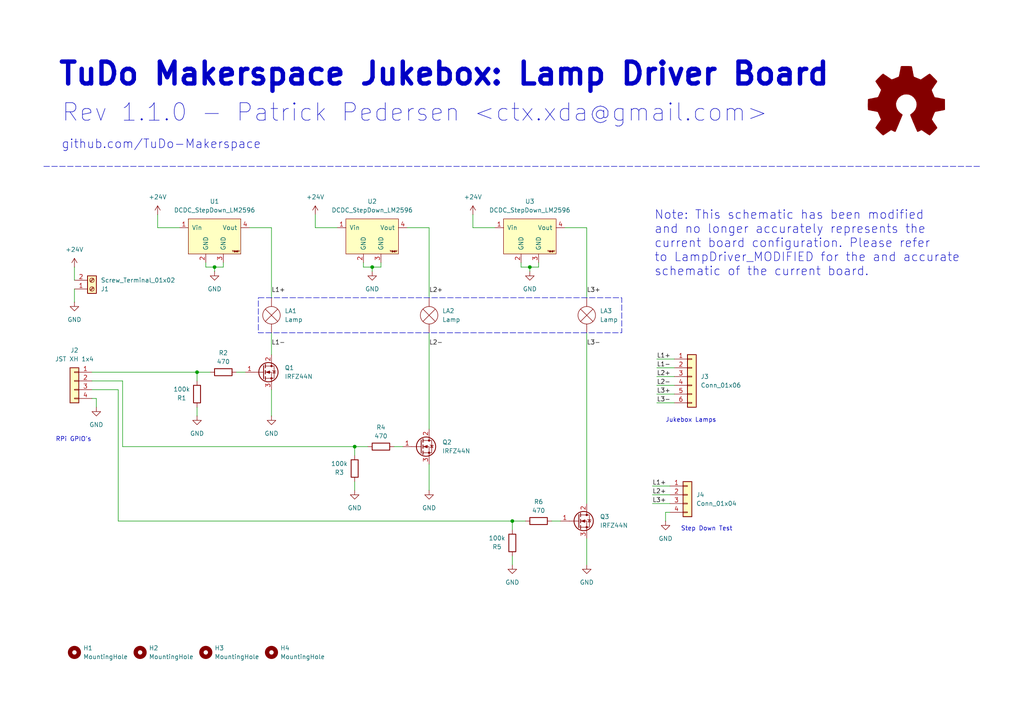
<source format=kicad_sch>
(kicad_sch (version 20231120) (generator "eeschema") (generator_version "8.0")
  (paper "A4")
  (title_block (title "Jukebox Lamp Driver Board") (date "2024-10-14") (rev "v1.0.0") (company "TuDo Makerspace"))
  (lib_symbols
    (symbol "Connector:Screw_Terminal_01x02" (pin_names (offset 1.016) hide)
      (property "Reference" "J" (at 0 2.54 0))
      (property "Value" "Screw_Terminal_01x02" (at 0 -5.08 0))
      (symbol "Screw_Terminal_01x02_1_1"
        (rectangle (start -1.27 1.27) (end 1.27 -3.81) (stroke (width 0.254)) (fill (type background)))
        (circle (center 0 -2.54) (radius 0.635) (stroke (width 0.1524)))
        (polyline (pts (xy -0.5334 -2.2098) (xy 0.3302 -3.048)) (stroke (width 0.1524)))
        (polyline (pts (xy -0.5334 0.3302) (xy 0.3302 -0.508)) (stroke (width 0.1524)))
        (polyline (pts (xy -0.3556 -2.032) (xy 0.508 -2.8702)) (stroke (width 0.1524)))
        (polyline (pts (xy -0.3556 0.508) (xy 0.508 -0.3302)) (stroke (width 0.1524)))
        (circle (center 0 0) (radius 0.635) (stroke (width 0.1524)))
        (pin passive line (at -5.08 0 0) (length 3.81) (name "Pin_1") (number "1"))
        (pin passive line (at -5.08 -2.54 0) (length 3.81) (name "Pin_2") (number "2"))
      )
    )
    (symbol "Connector_Generic:Conn_01x04" (pin_names (offset 1.016) hide)
      (property "Reference" "J" (at 0 5.08 0))
      (property "Value" "Conn_01x04" (at 0 -7.62 0))
      (symbol "Conn_01x04_1_1"
        (rectangle (start -1.27 -4.953) (end 0 -5.207) (stroke (width 0.1524)))
        (rectangle (start -1.27 -2.413) (end 0 -2.667) (stroke (width 0.1524)))
        (rectangle (start -1.27 0.127) (end 0 -0.127) (stroke (width 0.1524)))
        (rectangle (start -1.27 2.667) (end 0 2.413) (stroke (width 0.1524)))
        (rectangle (start -1.27 3.81) (end 1.27 -6.35) (stroke (width 0.254)) (fill (type background)))
        (pin passive line (at -5.08 2.54 0) (length 3.81) (name "Pin_1") (number "1"))
        (pin passive line (at -5.08 0 0) (length 3.81) (name "Pin_2") (number "2"))
        (pin passive line (at -5.08 -2.54 0) (length 3.81) (name "Pin_3") (number "3"))
        (pin passive line (at -5.08 -5.08 0) (length 3.81) (name "Pin_4") (number "4"))
      )
    )
    (symbol "Connector_Generic:Conn_01x06" (pin_names (offset 1.016) hide)
      (property "Reference" "J" (at 0 7.62 0))
      (property "Value" "Conn_01x06" (at 0 -10.16 0))
      (symbol "Conn_01x06_1_1"
        (rectangle (start -1.27 -7.493) (end 0 -7.747) (stroke (width 0.1524)))
        (rectangle (start -1.27 -4.953) (end 0 -5.207) (stroke (width 0.1524)))
        (rectangle (start -1.27 -2.413) (end 0 -2.667) (stroke (width 0.1524)))
        (rectangle (start -1.27 0.127) (end 0 -0.127) (stroke (width 0.1524)))
        (rectangle (start -1.27 2.667) (end 0 2.413) (stroke (width 0.1524)))
        (rectangle (start -1.27 5.207) (end 0 4.953) (stroke (width 0.1524)))
        (rectangle (start -1.27 6.35) (end 1.27 -8.89) (stroke (width 0.254)) (fill (type background)))
        (pin passive line (at -5.08 5.08 0) (length 3.81) (name "Pin_1") (number "1"))
        (pin passive line (at -5.08 2.54 0) (length 3.81) (name "Pin_2") (number "2"))
        (pin passive line (at -5.08 0 0) (length 3.81) (name "Pin_3") (number "3"))
        (pin passive line (at -5.08 -2.54 0) (length 3.81) (name "Pin_4") (number "4"))
        (pin passive line (at -5.08 -5.08 0) (length 3.81) (name "Pin_5") (number "5"))
        (pin passive line (at -5.08 -7.62 0) (length 3.81) (name "Pin_6") (number "6"))
      )
    )
    (symbol "DCDC_Stepdown_LM2596:YAAJ_DCDC_StepDown_LM2596" (pin_names (offset 1.016))
      (property "Reference" "U" (at -5.08 6.35 0))
      (property "Value" "YAAJ_DCDC_StepDown_LM2596" (at 0 11.43 0))
      (symbol "YAAJ_DCDC_StepDown_LM2596_0_1"
        (rectangle (start -7.62 5.08) (end 7.62 -5.08) (fill (type background)))
      )
      (symbol "YAAJ_DCDC_StepDown_LM2596_1_1"
        (text "Y@@V" (at 6.1976 -4.2672 0) (effects (font (size 0.508 0.508))))
        (pin power_in line (at -10.16 2.54 0) (length 2.54) (name "Vin") (number "1"))
        (pin power_in line (at -2.54 -7.62 90) (length 2.54) (name "GND") (number "2"))
        (pin power_in line (at 2.54 -7.62 90) (length 2.54) (name "GND") (number "3"))
        (pin power_out line (at 10.16 2.54 180) (length 2.54) (name "Vout") (number "4"))
      )
    )
    (symbol "Device:Lamp" (pin_numbers hide) (pin_names (offset 0.0254) hide)
      (property "Reference" "LA" (at 0.635 3.81 0))
      (property "Value" "Lamp" (at 0.635 -3.81 0))
      (symbol "Lamp_0_1"
        (polyline (pts (xy -1.778 1.778) (xy 1.778 -1.778)))
        (polyline (pts (xy 1.778 1.778) (xy -1.778 -1.778)))
        (circle (center 0 0) (radius 2.54))
      )
      (symbol "Lamp_1_1"
        (pin passive line (at 0 -5.08 90) (length 2.54) (name "-") (number "1"))
        (pin passive line (at 0 5.08 270) (length 2.54) (name "+") (number "2"))
      )
    )
    (symbol "Device:Q_NMOS_GDS" (pin_names (offset 0) hide)
      (property "Reference" "Q" (at 5.08 1.27 0))
      (property "Value" "Q_NMOS_GDS" (at 5.08 -1.27 0))
      (symbol "Q_NMOS_GDS_0_1"
        (polyline (pts (xy 0.254 0) (xy -2.54 0)))
        (polyline (pts (xy 0.254 1.905) (xy 0.254 -1.905)) (stroke (width 0.254)))
        (polyline (pts (xy 0.762 -1.27) (xy 0.762 -2.286)) (stroke (width 0.254)))
        (polyline (pts (xy 0.762 0.508) (xy 0.762 -0.508)) (stroke (width 0.254)))
        (polyline (pts (xy 0.762 2.286) (xy 0.762 1.27)) (stroke (width 0.254)))
        (polyline (pts (xy 2.54 2.54) (xy 2.54 1.778)))
        (polyline (pts (xy 2.54 -2.54) (xy 2.54 0) (xy 0.762 0)))
        (polyline (pts (xy 0.762 -1.778) (xy 3.302 -1.778) (xy 3.302 1.778) (xy 0.762 1.778)))
        (polyline (pts (xy 1.016 0) (xy 2.032 0.381) (xy 2.032 -0.381) (xy 1.016 0)) (fill (type outline)))
        (polyline (pts (xy 2.794 0.508) (xy 2.921 0.381) (xy 3.683 0.381) (xy 3.81 0.254)))
        (polyline (pts (xy 3.302 0.381) (xy 2.921 -0.254) (xy 3.683 -0.254) (xy 3.302 0.381)))
        (circle (center 1.651 0) (radius 2.794) (stroke (width 0.254)))
        (circle (center 2.54 -1.778) (radius 0.254) (fill (type outline)))
        (circle (center 2.54 1.778) (radius 0.254) (fill (type outline)))
      )
      (symbol "Q_NMOS_GDS_1_1"
        (pin input line (at -5.08 0 0) (length 2.54) (name "G") (number "1"))
        (pin passive line (at 2.54 5.08 270) (length 2.54) (name "D") (number "2"))
        (pin passive line (at 2.54 -5.08 90) (length 2.54) (name "S") (number "3"))
      )
    )
    (symbol "Device:R" (pin_numbers hide) (pin_names (offset 0))
      (property "Reference" "R" (at 2.032 0 90))
      (property "Value" "R" (at 0 0 90))
      (symbol "R_0_1"
        (rectangle (start -1.016 -2.54) (end 1.016 2.54) (stroke (width 0.254)))
      )
      (symbol "R_1_1"
        (pin passive line (at 0 3.81 270) (length 1.27) (name "~") (number "1"))
        (pin passive line (at 0 -3.81 90) (length 1.27) (name "~") (number "2"))
      )
    )
    (symbol "Graphic:Logo_Open_Hardware_Large" (in_bom no) (on_board no)
      (symbol "Logo_Open_Hardware_Large_1_1"
        (polyline (pts (xy 6.731 -8.7122) (xy 6.6294 -8.6614) (xy 6.35 -8.4836) (xy 5.9944 -8.255) (xy 5.5372 -7.9502) (xy 5.1054 -7.6454) (xy 4.7498 -7.4168) (xy 4.4958 -7.239) (xy 4.3942 -7.1882) (xy 4.318 -7.2136) (xy 4.1148 -7.3152) (xy 3.81 -7.4676) (xy 3.6322 -7.5692) (xy 3.3528 -7.6708) (xy 3.2258 -7.6962) (xy 3.2004 -7.6708) (xy 3.0988 -7.4676) (xy 2.9464 -7.0866) (xy 2.7178 -6.604) (xy 2.4892 -6.0452) (xy 2.2352 -5.4356) (xy 1.9558 -4.826) (xy 1.7272 -4.2164) (xy 1.4986 -3.683) (xy 1.3208 -3.2512) (xy 1.2192 -2.9464) (xy 1.1684 -2.8194) (xy 1.1938 -2.794) (xy 1.3208 -2.667) (xy 1.5748 -2.4892) (xy 2.0828 -2.0574) (xy 2.6162 -1.397) (xy 2.921 -0.6604) (xy 3.048 0.1524) (xy 2.9464 0.9144) (xy 2.6416 1.6256) (xy 2.1336 2.286) (xy 1.524 2.7686) (xy 0.8128 3.0734) (xy 0 3.175) (xy -0.762 3.0988) (xy -1.4986 2.794) (xy -2.159 2.286) (xy -2.4384 1.9812) (xy -2.8194 1.3208) (xy -3.048 0.6096) (xy -3.0734 0.4318) (xy -3.0226 -0.3556) (xy -2.794 -1.0922) (xy -2.3876 -1.7526) (xy -1.8288 -2.3114) (xy -1.7526 -2.3622) (xy -1.4732 -2.5654) (xy -1.2954 -2.6924) (xy -1.1684 -2.8194) (xy -2.159 -5.207) (xy -2.3114 -5.588) (xy -2.5908 -6.2484) (xy -2.8194 -6.8072) (xy -3.0226 -7.2644) (xy -3.1496 -7.5692) (xy -3.2258 -7.6708) (xy -3.2258 -7.6962) (xy -3.302 -7.6962) (xy -3.4798 -7.6454) (xy -3.8354 -7.4676) (xy -4.0386 -7.366) (xy -4.2926 -7.239) (xy -4.4196 -7.1882) (xy -4.5212 -7.239) (xy -4.7498 -7.3914) (xy -5.1054 -7.6454) (xy -5.5372 -7.9248) (xy -5.9436 -8.2042) (xy -6.3246 -8.4582) (xy -6.604 -8.636) (xy -6.731 -8.7122) (xy -6.7564 -8.7122) (xy -6.858 -8.636) (xy -7.0866 -8.4582) (xy -7.4168 -8.1534) (xy -7.874 -7.6962) (xy -7.9502 -7.62) (xy -8.3312 -7.239) (xy -8.636 -6.9088) (xy -8.8392 -6.6802) (xy -8.9154 -6.5786) (xy -8.9154 -6.5786) (xy -8.8392 -6.4516) (xy -8.6614 -6.1722) (xy -8.4328 -5.7912) (xy -8.128 -5.3594) (xy -7.3152 -4.191) (xy -7.7724 -3.0988) (xy -7.8994 -2.7686) (xy -8.0772 -2.3622) (xy -8.2042 -2.0828) (xy -8.255 -1.9558) (xy -8.382 -1.905) (xy -8.6614 -1.8542) (xy -9.0932 -1.7526) (xy -9.6266 -1.651) (xy -10.1092 -1.5748) (xy -10.541 -1.4732) (xy -10.8712 -1.4224) (xy -11.0236 -1.397) (xy -11.049 -1.3716) (xy -11.0744 -1.2954) (xy -11.0998 -1.143) (xy -11.0998 -0.889) (xy -11.1252 -0.4572) (xy -11.1252 0.1524) (xy -11.1252 0.2286) (xy -11.0998 0.8128) (xy -11.0998 1.27) (xy -11.0744 1.5494) (xy -11.0744 1.6764) (xy -11.0744 1.6764) (xy -10.922 1.7018) (xy -10.6172 1.778) (xy -10.16 1.8542) (xy -9.652 1.9558) (xy -9.6012 1.9812) (xy -9.0932 2.0828) (xy -8.636 2.159) (xy -8.3312 2.2352) (xy -8.2042 2.286) (xy -8.1788 2.3114) (xy -8.0772 2.5146) (xy -7.9248 2.8448) (xy -7.747 3.2512) (xy -7.5692 3.6576) (xy -7.4168 4.0386) (xy -7.3152 4.318) (xy -7.2898 4.445) (xy -7.2898 4.445) (xy -7.366 4.572) (xy -7.5438 4.826) (xy -7.7978 5.207) (xy -8.128 5.6642) (xy -8.128 5.6896) (xy -8.4328 6.1468) (xy -8.6868 6.5278) (xy -8.8392 6.7818) (xy -8.9154 6.9088) (xy -8.9154 6.9088) (xy -8.8138 7.0358) (xy -8.5852 7.2898) (xy -8.255 7.6454) (xy -7.874 8.0264) (xy -7.747 8.1534) (xy -7.3152 8.5852) (xy -7.0104 8.8646) (xy -6.8326 8.9916) (xy -6.731 9.0424) (xy -6.731 9.0424) (xy -6.604 8.9408) (xy -6.3246 8.763) (xy -5.9436 8.509) (xy -5.4864 8.2042) (xy -5.461 8.1788) (xy -5.0038 7.874) (xy -4.6482 7.62) (xy -4.3688 7.4422) (xy -4.2672 7.3914) (xy -4.2418 7.3914) (xy -4.064 7.4422) (xy -3.7338 7.5438) (xy -3.3528 7.6962) (xy -2.9464 7.874) (xy -2.5654 8.0264) (xy -2.286 8.1534) (xy -2.159 8.2296) (xy -2.159 8.2296) (xy -2.1082 8.382) (xy -2.032 8.7122) (xy -1.9304 9.1694) (xy -1.8288 9.7282) (xy -1.8034 9.8044) (xy -1.7018 10.3378) (xy -1.6256 10.7696) (xy -1.5748 11.0744) (xy -1.524 11.2014) (xy -1.4478 11.2268) (xy -1.1938 11.2522) (xy -0.8128 11.2522) (xy -0.3302 11.2522) (xy 0.1524 11.2522) (xy 0.6604 11.2522) (xy 1.0668 11.2268) (xy 1.3716 11.2014) (xy 1.4986 11.176) (xy 1.4986 11.176) (xy 1.5494 11.0236) (xy 1.6256 10.6934) (xy 1.7018 10.2108) (xy 1.8288 9.6774) (xy 1.8288 9.5758) (xy 1.9304 9.0424) (xy 2.032 8.6106) (xy 2.0828 8.3058) (xy 2.1336 8.2042) (xy 2.159 8.1788) (xy 2.3876 8.0772) (xy 2.7432 7.9248) (xy 3.175 7.747) (xy 4.191 7.3406) (xy 5.461 8.2042) (xy 5.5626 8.2804) (xy 6.0198 8.5852) (xy 6.3754 8.8392) (xy 6.6294 8.9916) (xy 6.7564 9.0424) (xy 6.7564 9.0424) (xy 6.8834 8.9408) (xy 7.1374 8.7122) (xy 7.4676 8.382) (xy 7.8486 7.9756) (xy 8.1534 7.6962) (xy 8.4836 7.3406) (xy 8.7122 7.112) (xy 8.8392 6.9596) (xy 8.8646 6.858) (xy 8.8646 6.8072) (xy 8.7884 6.6802) (xy 8.6106 6.4008) (xy 8.3312 6.0198) (xy 8.0264 5.588) (xy 7.7978 5.207) (xy 7.5184 4.8006) (xy 7.3406 4.4958) (xy 7.2898 4.3434) (xy 7.2898 4.2926) (xy 7.3914 4.0386) (xy 7.5184 3.683) (xy 7.7216 3.2258) (xy 8.1534 2.2352) (xy 8.7884 2.1082) (xy 9.1948 2.0574) (xy 9.7536 1.9304) (xy 10.2616 1.8288) (xy 11.0998 1.6764) (xy 11.1252 -1.3208) (xy 10.9982 -1.3716) (xy 10.8712 -1.397) (xy 10.5664 -1.4732) (xy 10.1346 -1.5494) (xy 9.6266 -1.651) (xy 9.1948 -1.7272) (xy 8.7376 -1.8288) (xy 8.4328 -1.8796) (xy 8.2804 -1.905) (xy 8.255 -1.9558) (xy 8.1534 -2.159) (xy 7.9756 -2.5146) (xy 7.8232 -2.921) (xy 7.6454 -3.3274) (xy 7.493 -3.7338) (xy 7.366 -4.0132) (xy 7.3406 -4.191) (xy 7.3914 -4.2926) (xy 7.5692 -4.5466) (xy 7.7978 -4.9276) (xy 8.1026 -5.3594) (xy 8.4074 -5.7912) (xy 8.6614 -6.1722) (xy 8.8138 -6.4262) (xy 8.89 -6.5532) (xy 8.8646 -6.6548) (xy 8.6868 -6.858) (xy 8.3566 -7.1882) (xy 7.874 -7.6708) (xy 7.7978 -7.747) (xy 7.3914 -8.128) (xy 7.0612 -8.4328) (xy 6.8326 -8.636) (xy 6.731 -8.7122)) (fill (type outline)))
      )
    )
    (symbol "Mechanical:MountingHole" (pin_names (offset 1.016)) (exclude_from_sim yes) (in_bom no)
      (property "Reference" "H" (at 0 5.08 0))
      (property "Value" "MountingHole" (at 0 3.175 0))
      (symbol "MountingHole_0_1"
        (circle (center 0 0) (radius 1.27) (stroke (width 1.27)))
      )
    )
    (symbol "power:+24V" (power) (pin_numbers hide) (pin_names (offset 0) hide)
      (property "Value" "+24V" (at 0 3.556 0))
      (symbol "+24V_0_1"
        (polyline (pts (xy -0.762 1.27) (xy 0 2.54)))
        (polyline (pts (xy 0 0) (xy 0 2.54)))
        (polyline (pts (xy 0 2.54) (xy 0.762 1.27)))
      )
      (symbol "+24V_1_1"
        (pin power_in line (at 0 0 90) (length 0) (name "~") (number "1"))
      )
    )
    (symbol "power:GND" (power) (pin_numbers hide) (pin_names (offset 0) hide)
      (property "Value" "GND" (at 0 -3.81 0))
      (symbol "GND_0_1"
        (polyline (pts (xy 0 0) (xy 0 -1.27) (xy 1.27 -1.27) (xy 0 -2.54) (xy -1.27 -1.27) (xy 0 -1.27)))
      )
      (symbol "GND_1_1"
        (pin power_in line (at 0 0 270) (length 0) (name "~") (number "1"))
      )
    )
  )
  (junction (at 153.67 77.47))
  (junction (at 57.15 107.95))
  (junction (at 62.23 77.47))
  (junction (at 107.95 77.47))
  (junction (at 148.59 151.13))
  (junction (at 102.87 129.54))
  (wire (pts (xy 193.04 151.13) (xy 193.04 148.59)))
  (wire (pts (xy 189.23 146.05) (xy 194.31 146.05)))
  (wire (pts (xy 78.74 66.04) (xy 72.39 66.04)))
  (wire (pts (xy 110.49 76.2) (xy 110.49 77.47)))
  (wire (pts (xy 190.5 111.76) (xy 195.58 111.76)))
  (wire (pts (xy 57.15 118.11) (xy 57.15 120.65)))
  (wire (pts (xy 124.46 134.62) (xy 124.46 142.24)))
  (wire (pts (xy 124.46 66.04) (xy 118.11 66.04)))
  (wire (pts (xy 107.95 77.47) (xy 105.41 77.47)))
  (wire (pts (xy 59.69 77.47) (xy 59.69 76.2)))
  (wire (pts (xy 57.15 107.95) (xy 26.67 107.95)))
  (wire (pts (xy 189.23 143.51) (xy 194.31 143.51)))
  (wire (pts (xy 190.5 116.84) (xy 195.58 116.84)))
  (wire (pts (xy 189.23 140.97) (xy 194.31 140.97)))
  (wire (pts (xy 162.56 151.13) (xy 160.02 151.13)))
  (wire (pts (xy 193.04 148.59) (xy 194.31 148.59)))
  (wire (pts (xy 102.87 129.54) (xy 35.56 129.54)))
  (wire (pts (xy 64.77 77.47) (xy 62.23 77.47)))
  (wire (pts (xy 26.67 110.49) (xy 35.56 110.49)))
  (wire (pts (xy 137.16 66.04) (xy 143.51 66.04)))
  (wire (pts (xy 91.44 62.23) (xy 91.44 66.04)))
  (wire (pts (xy 170.18 96.52) (xy 170.18 146.05)))
  (wire (pts (xy 27.94 115.57) (xy 27.94 118.11)))
  (wire (pts (xy 62.23 78.74) (xy 62.23 77.47)))
  (wire (pts (xy 64.77 76.2) (xy 64.77 77.47)))
  (wire (pts (xy 152.4 151.13) (xy 148.59 151.13)))
  (wire (pts (xy 78.74 66.04) (xy 78.74 86.36)))
  (wire (pts (xy 156.21 76.2) (xy 156.21 77.47)))
  (wire (pts (xy 68.58 107.95) (xy 71.12 107.95)))
  (wire (pts (xy 153.67 78.74) (xy 153.67 77.47)))
  (wire (pts (xy 78.74 113.03) (xy 78.74 120.65)))
  (wire (pts (xy 102.87 129.54) (xy 102.87 132.08)))
  (wire (pts (xy 107.95 78.74) (xy 107.95 77.47)))
  (wire (pts (xy 151.13 77.47) (xy 151.13 76.2)))
  (wire (pts (xy 170.18 66.04) (xy 163.83 66.04)))
  (wire (pts (xy 190.5 106.68) (xy 195.58 106.68)))
  (wire (pts (xy 34.29 151.13) (xy 34.29 113.03)))
  (wire (pts (xy 156.21 77.47) (xy 153.67 77.47)))
  (wire (pts (xy 148.59 151.13) (xy 148.59 153.67)))
  (wire (pts (xy 105.41 77.47) (xy 105.41 76.2)))
  (wire (pts (xy 21.59 77.47) (xy 21.59 81.28)))
  (wire (pts (xy 124.46 96.52) (xy 124.46 124.46)))
  (wire (pts (xy 148.59 151.13) (xy 34.29 151.13)))
  (wire (pts (xy 91.44 66.04) (xy 97.79 66.04)))
  (wire (pts (xy 78.74 96.52) (xy 78.74 102.87)))
  (wire (pts (xy 190.5 104.14) (xy 195.58 104.14)))
  (wire (pts (xy 148.59 161.29) (xy 148.59 163.83)))
  (wire (pts (xy 62.23 77.47) (xy 59.69 77.47)))
  (wire (pts (xy 170.18 66.04) (xy 170.18 86.36)))
  (wire (pts (xy 106.68 129.54) (xy 102.87 129.54)))
  (polyline (pts (xy 12.7 48.26) (xy 284.48 48.26)) (stroke (width 0) (type dash)))
  (wire (pts (xy 45.72 62.23) (xy 45.72 66.04)))
  (wire (pts (xy 102.87 139.7) (xy 102.87 142.24)))
  (wire (pts (xy 45.72 66.04) (xy 52.07 66.04)))
  (wire (pts (xy 57.15 107.95) (xy 57.15 110.49)))
  (wire (pts (xy 35.56 129.54) (xy 35.56 110.49)))
  (wire (pts (xy 60.96 107.95) (xy 57.15 107.95)))
  (wire (pts (xy 116.84 129.54) (xy 114.3 129.54)))
  (wire (pts (xy 153.67 77.47) (xy 151.13 77.47)))
  (wire (pts (xy 170.18 156.21) (xy 170.18 163.83)))
  (wire (pts (xy 124.46 66.04) (xy 124.46 86.36)))
  (wire (pts (xy 21.59 83.82) (xy 21.59 87.63)))
  (wire (pts (xy 27.94 115.57) (xy 26.67 115.57)))
  (wire (pts (xy 137.16 62.23) (xy 137.16 66.04)))
  (wire (pts (xy 190.5 109.22) (xy 195.58 109.22)))
  (wire (pts (xy 190.5 114.3) (xy 195.58 114.3)))
  (wire (pts (xy 26.67 113.03) (xy 34.29 113.03)))
  (wire (pts (xy 110.49 77.47) (xy 107.95 77.47)))
  (rectangle (start 74.93 86.36) (end 180.34 96.52) (stroke (width 0) (type dash)))
  (text "Jukebox Lamps" (at 200.406 121.92 0) (effects (font (size 1.27 1.27))))
  (text "Note: This schematic has been modified \nand no longer accurately represents the \ncurrent board configuration. Please refer\nto LampDriver_MODIFIED for the and accurate \nschematic of the current board." (at 189.738 70.612 0) (effects (font (size 2.54 2.54)) (justify left)))
  (text "Rev 1.1.0 - Patrick Pedersen <ctx.xda@gmail.com>" (at 17.78 32.766 0) (effects (font (size 5.08 5.08)) (justify left)))
  (text "github.com/TuDo-Makerspace" (at 17.78 41.91 0) (effects (font (size 2.54 2.54)) (justify left)))
  (text "RPi GPIO's" (at 21.336 127.508 0) (effects (font (size 1.27 1.27))))
  (text "Step Down Test" (at 204.978 153.416 0) (effects (font (size 1.27 1.27))))
  (text "TuDo Makerspace Jukebox: Lamp Driver Board" (at 16.51 21.59 0) (effects (font (size 6.35 6.35) (thickness 1.27) (bold yes)) (justify left)))
  (label "L1+" (at 190.5 104.14 0))
  (label "L3-" (at 190.5 116.84 0))
  (label "L2+" (at 189.23 143.51 0))
  (label "L1-" (at 78.74 100.33 0))
  (label "L2-" (at 124.46 100.33 0))
  (label "L3-" (at 170.18 100.33 0))
  (label "L2+" (at 124.46 85.09 0))
  (label "L1-" (at 190.5 106.68 0))
  (label "L3+" (at 170.18 85.09 0))
  (label "L2+" (at 190.5 109.22 0))
  (label "L3+" (at 190.5 114.3 0))
  (label "L3+" (at 189.23 146.05 0))
  (label "L2-" (at 190.5 111.76 0))
  (label "L1+" (at 78.74 85.09 0))
  (label "L1+" (at 189.23 140.97 0))
  (symbol (lib_id "power:GND") (at 21.59 87.63 0) (unit 1)
    (property "Reference" "#PWR02" (effects (hide yes)))
    (property "Value" "GND" (at 21.59 92.71 0))
    (property "Description" "Power symbol creates a global label with name \"GND\" , ground" (effects (hide yes)))
  )
  (symbol (lib_id "power:GND") (at 102.87 142.24 0) (unit 1)
    (property "Reference" "#PWR09" (effects (hide yes)))
    (property "Value" "GND" (at 102.87 147.32 0))
    (property "Description" "Power symbol creates a global label with name \"GND\" , ground" (effects (hide yes)))
  )
  (symbol (lib_id "Connector_Generic:Conn_01x04") (at 21.59 110.49 0) (mirror y) (unit 1)
    (property "Reference" "J2" (at 21.59 101.6 0))
    (property "Value" "JST XH 1x4" (at 21.59 104.14 0))
    (property "Footprint" "Connector_JST:JST_XH_B4B-XH-A_1x04_P2.50mm_Vertical" (effects (hide yes)))
    (property "Description" "Generic connector, single row, 01x04, script generated (kicad-library-utils/schlib/autogen/connector/)" (effects (hide yes)))
  )
  (symbol (lib_id "Mechanical:MountingHole") (at 59.69 189.23 0) (unit 1) (exclude_from_sim yes) (in_bom no)
    (property "Reference" "H3" (at 62.23 187.9599 0) (effects (justify left)))
    (property "Value" "MountingHole" (at 62.23 190.4999 0) (effects (justify left)))
    (property "Footprint" "MountingHole:MountingHole_3.2mm_M3" (effects (hide yes)))
    (property "Description" "Mounting Hole without connection" (effects (hide yes)))
  )
  (symbol (lib_id "Device:Q_NMOS_GDS") (at 76.2 107.95 0) (unit 1)
    (property "Reference" "Q1" (at 82.55 106.6799 0) (effects (justify left)))
    (property "Value" "IRFZ44N" (at 82.55 109.2199 0) (effects (justify left)))
    (property "Footprint" "Package_TO_SOT_THT:TO-220-3_Horizontal_TabDown" (effects (hide yes)))
    (property "Description" "N-MOSFET transistor, gate/drain/source" (effects (hide yes)))
  )
  (symbol (lib_id "Device:R") (at 64.77 107.95 270) (unit 1)
    (property "Reference" "R2" (at 64.77 102.362 90))
    (property "Value" "470" (at 64.77 104.902 90))
    (property "Footprint" "Resistor_THT:R_Axial_DIN0207_L6.3mm_D2.5mm_P7.62mm_Horizontal" (effects (hide yes)))
    (property "Description" "Resistor" (effects (hide yes)))
  )
  (symbol (lib_id "power:GND") (at 193.04 151.13 0) (unit 1)
    (property "Reference" "#PWR016" (effects (hide yes)))
    (property "Value" "GND" (at 193.04 156.21 0))
    (property "Description" "Power symbol creates a global label with name \"GND\" , ground" (effects (hide yes)))
  )
  (symbol (lib_id "DCDC_Stepdown_LM2596:YAAJ_DCDC_StepDown_LM2596") (at 153.67 68.58 0) (unit 1)
    (property "Reference" "U3" (at 153.67 58.42 0))
    (property "Value" "DCDC_StepDown_LM2596" (at 153.67 60.96 0))
    (property "Footprint" "DCDC_Stepdown_LM2596:YAAJ_DCDC_StepDown_LM2596_Foxed" (effects (hide yes)))
    (property "Description" "module : adjustable step down module 3.2V-40V to 1.25V-35V 3A" (effects (hide yes)))
  )
  (symbol (lib_id "Device:R") (at 148.59 157.48 0) (unit 1)
    (property "Reference" "R5" (at 144.145 158.623 0))
    (property "Value" "100k" (at 144.145 156.083 0))
    (property "Footprint" "Resistor_THT:R_Axial_DIN0207_L6.3mm_D2.5mm_P7.62mm_Horizontal" (effects (hide yes)))
    (property "Description" "Resistor" (effects (hide yes)))
  )
  (symbol (lib_id "power:GND") (at 107.95 78.74 0) (unit 1)
    (property "Reference" "#PWR010" (effects (hide yes)))
    (property "Value" "GND" (at 107.95 83.82 0))
    (property "Description" "Power symbol creates a global label with name \"GND\" , ground" (effects (hide yes)))
  )
  (symbol (lib_id "Device:R") (at 102.87 135.89 0) (unit 1)
    (property "Reference" "R3" (at 98.425 137.033 0))
    (property "Value" "100k" (at 98.425 134.493 0))
    (property "Footprint" "Resistor_THT:R_Axial_DIN0207_L6.3mm_D2.5mm_P7.62mm_Horizontal" (effects (hide yes)))
    (property "Description" "Resistor" (effects (hide yes)))
  )
  (symbol (lib_id "power:GND") (at 27.94 118.11 0) (unit 1)
    (property "Reference" "#PWR03" (effects (hide yes)))
    (property "Value" "GND" (at 27.94 123.19 0))
    (property "Description" "Power symbol creates a global label with name \"GND\" , ground" (effects (hide yes)))
  )
  (symbol (lib_id "Device:R") (at 156.21 151.13 270) (unit 1)
    (property "Reference" "R6" (at 156.21 145.542 90))
    (property "Value" "470" (at 156.21 148.082 90))
    (property "Footprint" "Resistor_THT:R_Axial_DIN0207_L6.3mm_D2.5mm_P7.62mm_Horizontal" (effects (hide yes)))
    (property "Description" "Resistor" (effects (hide yes)))
  )
  (symbol (lib_id "power:+24V") (at 21.59 77.47 0) (unit 1)
    (property "Reference" "#PWR01" (effects (hide yes)))
    (property "Value" "+24V" (at 21.59 72.39 0))
    (property "Description" "Power symbol creates a global label with name \"+24V\"" (effects (hide yes)))
  )
  (symbol (lib_id "Connector_Generic:Conn_01x06") (at 200.66 109.22 0) (unit 1)
    (property "Reference" "J3" (at 203.2 109.2199 0) (effects (justify left)))
    (property "Value" "Conn_01x06" (at 203.2 111.7599 0) (effects (justify left)))
    (property "Footprint" "Connector_Molex:Molex_KK-396_5273-06A_1x06_P3.96mm_Vertical" (effects (hide yes)))
    (property "Description" "Generic connector, single row, 01x06, script generated (kicad-library-utils/schlib/autogen/connector/)" (effects (hide yes)))
  )
  (symbol (lib_id "Device:Lamp") (at 124.46 91.44 180) (unit 1) (on_board no)
    (property "Reference" "LA2" (at 128.27 90.1699 0) (effects (justify right)))
    (property "Value" "Lamp" (at 128.27 92.7099 0) (effects (justify right)))
    (property "Description" "Lamp" (effects (hide yes)))
  )
  (symbol (lib_id "Mechanical:MountingHole") (at 21.59 189.23 0) (unit 1) (exclude_from_sim yes) (in_bom no)
    (property "Reference" "H1" (at 24.13 187.9599 0) (effects (justify left)))
    (property "Value" "MountingHole" (at 24.13 190.4999 0) (effects (justify left)))
    (property "Footprint" "MountingHole:MountingHole_3.2mm_M3" (effects (hide yes)))
    (property "Description" "Mounting Hole without connection" (effects (hide yes)))
  )
  (symbol (lib_id "Device:R") (at 110.49 129.54 270) (unit 1)
    (property "Reference" "R4" (at 110.49 123.952 90))
    (property "Value" "470" (at 110.49 126.492 90))
    (property "Footprint" "Resistor_THT:R_Axial_DIN0207_L6.3mm_D2.5mm_P7.62mm_Horizontal" (effects (hide yes)))
    (property "Description" "Resistor" (effects (hide yes)))
  )
  (symbol (lib_id "power:+24V") (at 91.44 62.23 0) (unit 1)
    (property "Reference" "#PWR08" (effects (hide yes)))
    (property "Value" "+24V" (at 91.44 57.15 0))
    (property "Description" "Power symbol creates a global label with name \"+24V\"" (effects (hide yes)))
  )
  (symbol (lib_id "power:GND") (at 124.46 142.24 0) (unit 1)
    (property "Reference" "#PWR011" (effects (hide yes)))
    (property "Value" "GND" (at 124.46 147.32 0))
    (property "Description" "Power symbol creates a global label with name \"GND\" , ground" (effects (hide yes)))
  )
  (symbol (lib_id "DCDC_Stepdown_LM2596:YAAJ_DCDC_StepDown_LM2596") (at 107.95 68.58 0) (unit 1)
    (property "Reference" "U2" (at 107.95 58.42 0))
    (property "Value" "DCDC_StepDown_LM2596" (at 107.95 60.96 0))
    (property "Footprint" "DCDC_Stepdown_LM2596:YAAJ_DCDC_StepDown_LM2596_Foxed" (effects (hide yes)))
    (property "Description" "module : adjustable step down module 3.2V-40V to 1.25V-35V 3A" (effects (hide yes)))
  )
  (symbol (lib_id "power:+24V") (at 45.72 62.23 0) (unit 1)
    (property "Reference" "#PWR04" (effects (hide yes)))
    (property "Value" "+24V" (at 45.72 57.15 0))
    (property "Description" "Power symbol creates a global label with name \"+24V\"" (effects (hide yes)))
  )
  (symbol (lib_id "Device:R") (at 57.15 114.3 0) (unit 1)
    (property "Reference" "R1" (at 52.705 115.443 0))
    (property "Value" "100k" (at 52.705 112.903 0))
    (property "Footprint" "Resistor_THT:R_Axial_DIN0207_L6.3mm_D2.5mm_P7.62mm_Horizontal" (effects (hide yes)))
    (property "Description" "Resistor" (effects (hide yes)))
  )
  (symbol (lib_id "Device:Lamp") (at 78.74 91.44 180) (unit 1) (on_board no)
    (property "Reference" "LA1" (at 82.55 90.1699 0) (effects (justify right)))
    (property "Value" "Lamp" (at 82.55 92.7099 0) (effects (justify right)))
    (property "Description" "Lamp" (effects (hide yes)))
  )
  (symbol (lib_id "power:GND") (at 62.23 78.74 0) (unit 1)
    (property "Reference" "#PWR06" (effects (hide yes)))
    (property "Value" "GND" (at 62.23 83.82 0))
    (property "Description" "Power symbol creates a global label with name \"GND\" , ground" (effects (hide yes)))
  )
  (symbol (lib_id "Device:Lamp") (at 170.18 91.44 180) (unit 1) (on_board no)
    (property "Reference" "LA3" (at 173.99 90.1699 0) (effects (justify right)))
    (property "Value" "Lamp" (at 173.99 92.7099 0) (effects (justify right)))
    (property "Description" "Lamp" (effects (hide yes)))
  )
  (symbol (lib_id "power:GND") (at 148.59 163.83 0) (unit 1)
    (property "Reference" "#PWR013" (effects (hide yes)))
    (property "Value" "GND" (at 148.59 168.91 0))
    (property "Description" "Power symbol creates a global label with name \"GND\" , ground" (effects (hide yes)))
  )
  (symbol (lib_id "DCDC_Stepdown_LM2596:YAAJ_DCDC_StepDown_LM2596") (at 62.23 68.58 0) (unit 1)
    (property "Reference" "U1" (at 62.23 58.42 0))
    (property "Value" "DCDC_StepDown_LM2596" (at 62.23 60.96 0))
    (property "Footprint" "DCDC_Stepdown_LM2596:YAAJ_DCDC_StepDown_LM2596_Foxed" (effects (hide yes)))
    (property "Description" "module : adjustable step down module 3.2V-40V to 1.25V-35V 3A" (effects (hide yes)))
  )
  (symbol (lib_id "Device:Q_NMOS_GDS") (at 167.64 151.13 0) (unit 1)
    (property "Reference" "Q3" (at 173.99 149.8599 0) (effects (justify left)))
    (property "Value" "IRFZ44N" (at 173.99 152.3999 0) (effects (justify left)))
    (property "Footprint" "Package_TO_SOT_THT:TO-220-3_Horizontal_TabDown" (effects (hide yes)))
    (property "Description" "N-MOSFET transistor, gate/drain/source" (effects (hide yes)))
  )
  (symbol (lib_id "power:GND") (at 78.74 120.65 0) (unit 1)
    (property "Reference" "#PWR07" (effects (hide yes)))
    (property "Value" "GND" (at 78.74 125.73 0))
    (property "Description" "Power symbol creates a global label with name \"GND\" , ground" (effects (hide yes)))
  )
  (symbol (lib_id "Mechanical:MountingHole") (at 78.74 189.23 0) (unit 1) (exclude_from_sim yes) (in_bom no)
    (property "Reference" "H4" (at 81.28 187.9599 0) (effects (justify left)))
    (property "Value" "MountingHole" (at 81.28 190.4999 0) (effects (justify left)))
    (property "Footprint" "MountingHole:MountingHole_3.2mm_M3" (effects (hide yes)))
    (property "Description" "Mounting Hole without connection" (effects (hide yes)))
  )
  (symbol (lib_id "power:+24V") (at 137.16 62.23 0) (unit 1)
    (property "Reference" "#PWR012" (effects (hide yes)))
    (property "Value" "+24V" (at 137.16 57.15 0))
    (property "Description" "Power symbol creates a global label with name \"+24V\"" (effects (hide yes)))
  )
  (symbol (lib_id "power:GND") (at 57.15 120.65 0) (unit 1)
    (property "Reference" "#PWR05" (effects (hide yes)))
    (property "Value" "GND" (at 57.15 125.73 0))
    (property "Description" "Power symbol creates a global label with name \"GND\" , ground" (effects (hide yes)))
  )
  (symbol (lib_id "Connector:Screw_Terminal_01x02") (at 26.67 83.82 0) (mirror x) (unit 1)
    (property "Reference" "J1" (at 29.21 83.8201 0) (effects (justify left)))
    (property "Value" "Screw_Terminal_01x02" (at 29.21 81.2801 0) (effects (justify left)))
    (property "Footprint" "TerminalBlock_Phoenix:TerminalBlock_Phoenix_MKDS-1,5-2-5.08_1x02_P5.08mm_Horizontal" (effects (hide yes)))
    (property "Description" "Generic screw terminal, single row, 01x02, script generated (kicad-library-utils/schlib/autogen/connector/)" (effects (hide yes)))
  )
  (symbol (lib_id "Mechanical:MountingHole") (at 40.64 189.23 0) (unit 1) (exclude_from_sim yes) (in_bom no)
    (property "Reference" "H2" (at 43.18 187.9599 0) (effects (justify left)))
    (property "Value" "MountingHole" (at 43.18 190.4999 0) (effects (justify left)))
    (property "Footprint" "MountingHole:MountingHole_3.2mm_M3" (effects (hide yes)))
    (property "Description" "Mounting Hole without connection" (effects (hide yes)))
  )
  (symbol (lib_id "power:GND") (at 170.18 163.83 0) (unit 1)
    (property "Reference" "#PWR015" (effects (hide yes)))
    (property "Value" "GND" (at 170.18 168.91 0))
    (property "Description" "Power symbol creates a global label with name \"GND\" , ground" (effects (hide yes)))
  )
  (symbol (lib_id "power:GND") (at 153.67 78.74 0) (unit 1)
    (property "Reference" "#PWR014" (effects (hide yes)))
    (property "Value" "GND" (at 153.67 83.82 0))
    (property "Description" "Power symbol creates a global label with name \"GND\" , ground" (effects (hide yes)))
  )
  (symbol (lib_id "Graphic:Logo_Open_Hardware_Large") (at 262.89 30.48 0) (unit 1) (exclude_from_sim yes) (in_bom no) (on_board no)
    (property "Reference" "#SYM1" (effects (hide yes)))
    (property "Value" "Logo_Open_Hardware_Large" (effects (hide yes)))
    (property "Description" "Open Hardware logo, large" (effects (hide yes)))
  )
  (symbol (lib_id "Device:Q_NMOS_GDS") (at 121.92 129.54 0) (unit 1)
    (property "Reference" "Q2" (at 128.27 128.2699 0) (effects (justify left)))
    (property "Value" "IRFZ44N" (at 128.27 130.8099 0) (effects (justify left)))
    (property "Footprint" "Package_TO_SOT_THT:TO-220-3_Horizontal_TabDown" (effects (hide yes)))
    (property "Description" "N-MOSFET transistor, gate/drain/source" (effects (hide yes)))
  )
  (symbol (lib_id "Connector_Generic:Conn_01x04") (at 199.39 143.51 0) (unit 1)
    (property "Reference" "J4" (at 201.93 143.5099 0) (effects (justify left)))
    (property "Value" "Conn_01x04" (at 201.93 146.0499 0) (effects (justify left)))
    (property "Footprint" "Connector_PinHeader_2.54mm:PinHeader_1x04_P2.54mm_Vertical" (effects (hide yes)))
    (property "Description" "Generic connector, single row, 01x04, script generated (kicad-library-utils/schlib/autogen/connector/)" (effects (hide yes)))
  )
)
</source>
